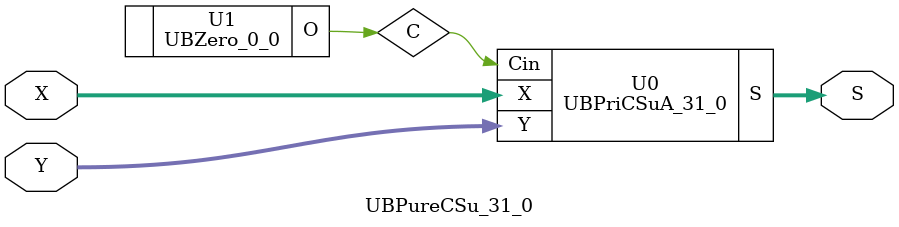
<source format=v>
/*----------------------------------------------------------------------------
  Copyright (c) 2021 Homma laboratory. All rights reserved.

  Top module: UBCSu_31_0_31_0

  Operand-1 length: 32
  Operand-2 length: 32
  Two-operand addition algorithm: Conditional sum adder
----------------------------------------------------------------------------*/

module UBFA_0(C, S, X, Y, Z);
  output C;
  output S;
  input X;
  input Y;
  input Z;
  assign C = ( X & Y ) | ( Y & Z ) | ( Z & X );
  assign S = X ^ Y ^ Z;
endmodule

module UBHCSuB_0_0(C, S, X, Y, Ci);
  output C;
  output S;
  input Ci;
  input X;
  input Y;
  UBFA_0 U0 (C, S, X, Y, Ci);
endmodule

module UBZero_1_1(O);
  output [1:1] O;
  assign O[1] = 0;
endmodule

module UBOne_1(O);
  output O;
  assign O = 1;
endmodule

module UBFA_1(C, S, X, Y, Z);
  output C;
  output S;
  input X;
  input Y;
  input Z;
  assign C = ( X & Y ) | ( Y & Z ) | ( Z & X );
  assign S = X ^ Y ^ Z;
endmodule

module UBCSuB_1_1(C_0, C_1, S_0, S_1, X, Y);
  output C_0;
  output C_1;
  output S_0;
  output S_1;
  input X;
  input Y;
  wire Ci_0;
  wire Ci_1;
  wire Co_0;
  wire Co_1;
  assign C_0 = ( Co_0 & ( ~ Ci_0 ) ) | ( Co_1 & Ci_0 );
  assign C_1 = ( Co_0 & ( ~ Ci_1 ) ) | ( Co_1 & Ci_1 );
  UBZero_1_1 U0 (Ci_0);
  UBOne_1 U1 (Ci_1);
  UBFA_1 U2 (Co_0, S_0, X, Y, Ci_0);
  UBFA_1 U3 (Co_1, S_1, X, Y, Ci_1);
endmodule

module UBHCSuB_1_0(C, S, X, Y, Ci);
  output C;
  output [1:0] S;
  input Ci;
  input [1:0] X;
  input [1:0] Y;
  wire C_0;
  wire C_1;
  wire Co;
  wire S_0;
  wire S_1;
  assign S[1] = ( S_0 & ( ~ Co ) ) | ( S_1 & Co );
  assign C = ( C_0 & ( ~ Co ) ) | ( C_1 & Co );
  UBHCSuB_0_0 U0 (Co, S[0], X[0], Y[0], Ci);
  UBCSuB_1_1 U1 (C_0, C_1, S_0, S_1, X[1], Y[1]);
endmodule

module UBZero_2_2(O);
  output [2:2] O;
  assign O[2] = 0;
endmodule

module UBOne_2(O);
  output O;
  assign O = 1;
endmodule

module UBFA_2(C, S, X, Y, Z);
  output C;
  output S;
  input X;
  input Y;
  input Z;
  assign C = ( X & Y ) | ( Y & Z ) | ( Z & X );
  assign S = X ^ Y ^ Z;
endmodule

module UBCSuB_2_2(C_0, C_1, S_0, S_1, X, Y);
  output C_0;
  output C_1;
  output S_0;
  output S_1;
  input X;
  input Y;
  wire Ci_0;
  wire Ci_1;
  wire Co_0;
  wire Co_1;
  assign C_0 = ( Co_0 & ( ~ Ci_0 ) ) | ( Co_1 & Ci_0 );
  assign C_1 = ( Co_0 & ( ~ Ci_1 ) ) | ( Co_1 & Ci_1 );
  UBZero_2_2 U0 (Ci_0);
  UBOne_2 U1 (Ci_1);
  UBFA_2 U2 (Co_0, S_0, X, Y, Ci_0);
  UBFA_2 U3 (Co_1, S_1, X, Y, Ci_1);
endmodule

module UBZero_3_3(O);
  output [3:3] O;
  assign O[3] = 0;
endmodule

module UBOne_3(O);
  output O;
  assign O = 1;
endmodule

module UBFA_3(C, S, X, Y, Z);
  output C;
  output S;
  input X;
  input Y;
  input Z;
  assign C = ( X & Y ) | ( Y & Z ) | ( Z & X );
  assign S = X ^ Y ^ Z;
endmodule

module UBCSuB_3_3(C_0, C_1, S_0, S_1, X, Y);
  output C_0;
  output C_1;
  output S_0;
  output S_1;
  input X;
  input Y;
  wire Ci_0;
  wire Ci_1;
  wire Co_0;
  wire Co_1;
  assign C_0 = ( Co_0 & ( ~ Ci_0 ) ) | ( Co_1 & Ci_0 );
  assign C_1 = ( Co_0 & ( ~ Ci_1 ) ) | ( Co_1 & Ci_1 );
  UBZero_3_3 U0 (Ci_0);
  UBOne_3 U1 (Ci_1);
  UBFA_3 U2 (Co_0, S_0, X, Y, Ci_0);
  UBFA_3 U3 (Co_1, S_1, X, Y, Ci_1);
endmodule

module UBCSuB_3_2(C_0, C_1, S_0, S_1, X, Y);
  output C_0;
  output C_1;
  output [3:2] S_0;
  output [3:2] S_1;
  input [3:2] X;
  input [3:2] Y;
  wire Ci_0;
  wire Ci_1;
  wire Co_0;
  wire Co_1;
  wire So_0;
  wire So_1;
  assign S_0[3] = ( So_0 & ( ~ Ci_0 ) ) | ( So_1 & Ci_0 );
  assign C_0 = ( Co_0 & ( ~ Ci_0 ) ) | ( Co_1 & Ci_0 );
  assign S_1[3] = ( So_0 & ( ~ Ci_1 ) ) | ( So_1 & Ci_1 );
  assign C_1 = ( Co_0 & ( ~ Ci_1 ) ) | ( Co_1 & Ci_1 );
  UBCSuB_2_2 U0 (Ci_0, Ci_1, S_0[2], S_1[2], X[2], Y[2]);
  UBCSuB_3_3 U1 (Co_0, Co_1, So_0, So_1, X[3], Y[3]);
endmodule

module UBHCSuB_3_0(C, S, X, Y, Ci);
  output C;
  output [3:0] S;
  input Ci;
  input [3:0] X;
  input [3:0] Y;
  wire C_0;
  wire C_1;
  wire Co;
  wire [3:2] S_0;
  wire [3:2] S_1;
  assign S[2] = ( S_0[2] & ( ~ Co ) ) | ( S_1[2] & Co );
  assign S[3] = ( S_0[3] & ( ~ Co ) ) | ( S_1[3] & Co );
  assign C = ( C_0 & ( ~ Co ) ) | ( C_1 & Co );
  UBHCSuB_1_0 U0 (Co, S[1:0], X[1:0], Y[1:0], Ci);
  UBCSuB_3_2 U1 (C_0, C_1, S_0, S_1, X[3:2], Y[3:2]);
endmodule

module UBZero_4_4(O);
  output [4:4] O;
  assign O[4] = 0;
endmodule

module UBOne_4(O);
  output O;
  assign O = 1;
endmodule

module UBFA_4(C, S, X, Y, Z);
  output C;
  output S;
  input X;
  input Y;
  input Z;
  assign C = ( X & Y ) | ( Y & Z ) | ( Z & X );
  assign S = X ^ Y ^ Z;
endmodule

module UBCSuB_4_4(C_0, C_1, S_0, S_1, X, Y);
  output C_0;
  output C_1;
  output S_0;
  output S_1;
  input X;
  input Y;
  wire Ci_0;
  wire Ci_1;
  wire Co_0;
  wire Co_1;
  assign C_0 = ( Co_0 & ( ~ Ci_0 ) ) | ( Co_1 & Ci_0 );
  assign C_1 = ( Co_0 & ( ~ Ci_1 ) ) | ( Co_1 & Ci_1 );
  UBZero_4_4 U0 (Ci_0);
  UBOne_4 U1 (Ci_1);
  UBFA_4 U2 (Co_0, S_0, X, Y, Ci_0);
  UBFA_4 U3 (Co_1, S_1, X, Y, Ci_1);
endmodule

module UBZero_5_5(O);
  output [5:5] O;
  assign O[5] = 0;
endmodule

module UBOne_5(O);
  output O;
  assign O = 1;
endmodule

module UBFA_5(C, S, X, Y, Z);
  output C;
  output S;
  input X;
  input Y;
  input Z;
  assign C = ( X & Y ) | ( Y & Z ) | ( Z & X );
  assign S = X ^ Y ^ Z;
endmodule

module UBCSuB_5_5(C_0, C_1, S_0, S_1, X, Y);
  output C_0;
  output C_1;
  output S_0;
  output S_1;
  input X;
  input Y;
  wire Ci_0;
  wire Ci_1;
  wire Co_0;
  wire Co_1;
  assign C_0 = ( Co_0 & ( ~ Ci_0 ) ) | ( Co_1 & Ci_0 );
  assign C_1 = ( Co_0 & ( ~ Ci_1 ) ) | ( Co_1 & Ci_1 );
  UBZero_5_5 U0 (Ci_0);
  UBOne_5 U1 (Ci_1);
  UBFA_5 U2 (Co_0, S_0, X, Y, Ci_0);
  UBFA_5 U3 (Co_1, S_1, X, Y, Ci_1);
endmodule

module UBCSuB_5_4(C_0, C_1, S_0, S_1, X, Y);
  output C_0;
  output C_1;
  output [5:4] S_0;
  output [5:4] S_1;
  input [5:4] X;
  input [5:4] Y;
  wire Ci_0;
  wire Ci_1;
  wire Co_0;
  wire Co_1;
  wire So_0;
  wire So_1;
  assign S_0[5] = ( So_0 & ( ~ Ci_0 ) ) | ( So_1 & Ci_0 );
  assign C_0 = ( Co_0 & ( ~ Ci_0 ) ) | ( Co_1 & Ci_0 );
  assign S_1[5] = ( So_0 & ( ~ Ci_1 ) ) | ( So_1 & Ci_1 );
  assign C_1 = ( Co_0 & ( ~ Ci_1 ) ) | ( Co_1 & Ci_1 );
  UBCSuB_4_4 U0 (Ci_0, Ci_1, S_0[4], S_1[4], X[4], Y[4]);
  UBCSuB_5_5 U1 (Co_0, Co_1, So_0, So_1, X[5], Y[5]);
endmodule

module UBZero_6_6(O);
  output [6:6] O;
  assign O[6] = 0;
endmodule

module UBOne_6(O);
  output O;
  assign O = 1;
endmodule

module UBFA_6(C, S, X, Y, Z);
  output C;
  output S;
  input X;
  input Y;
  input Z;
  assign C = ( X & Y ) | ( Y & Z ) | ( Z & X );
  assign S = X ^ Y ^ Z;
endmodule

module UBCSuB_6_6(C_0, C_1, S_0, S_1, X, Y);
  output C_0;
  output C_1;
  output S_0;
  output S_1;
  input X;
  input Y;
  wire Ci_0;
  wire Ci_1;
  wire Co_0;
  wire Co_1;
  assign C_0 = ( Co_0 & ( ~ Ci_0 ) ) | ( Co_1 & Ci_0 );
  assign C_1 = ( Co_0 & ( ~ Ci_1 ) ) | ( Co_1 & Ci_1 );
  UBZero_6_6 U0 (Ci_0);
  UBOne_6 U1 (Ci_1);
  UBFA_6 U2 (Co_0, S_0, X, Y, Ci_0);
  UBFA_6 U3 (Co_1, S_1, X, Y, Ci_1);
endmodule

module UBZero_7_7(O);
  output [7:7] O;
  assign O[7] = 0;
endmodule

module UBOne_7(O);
  output O;
  assign O = 1;
endmodule

module UBFA_7(C, S, X, Y, Z);
  output C;
  output S;
  input X;
  input Y;
  input Z;
  assign C = ( X & Y ) | ( Y & Z ) | ( Z & X );
  assign S = X ^ Y ^ Z;
endmodule

module UBCSuB_7_7(C_0, C_1, S_0, S_1, X, Y);
  output C_0;
  output C_1;
  output S_0;
  output S_1;
  input X;
  input Y;
  wire Ci_0;
  wire Ci_1;
  wire Co_0;
  wire Co_1;
  assign C_0 = ( Co_0 & ( ~ Ci_0 ) ) | ( Co_1 & Ci_0 );
  assign C_1 = ( Co_0 & ( ~ Ci_1 ) ) | ( Co_1 & Ci_1 );
  UBZero_7_7 U0 (Ci_0);
  UBOne_7 U1 (Ci_1);
  UBFA_7 U2 (Co_0, S_0, X, Y, Ci_0);
  UBFA_7 U3 (Co_1, S_1, X, Y, Ci_1);
endmodule

module UBCSuB_7_6(C_0, C_1, S_0, S_1, X, Y);
  output C_0;
  output C_1;
  output [7:6] S_0;
  output [7:6] S_1;
  input [7:6] X;
  input [7:6] Y;
  wire Ci_0;
  wire Ci_1;
  wire Co_0;
  wire Co_1;
  wire So_0;
  wire So_1;
  assign S_0[7] = ( So_0 & ( ~ Ci_0 ) ) | ( So_1 & Ci_0 );
  assign C_0 = ( Co_0 & ( ~ Ci_0 ) ) | ( Co_1 & Ci_0 );
  assign S_1[7] = ( So_0 & ( ~ Ci_1 ) ) | ( So_1 & Ci_1 );
  assign C_1 = ( Co_0 & ( ~ Ci_1 ) ) | ( Co_1 & Ci_1 );
  UBCSuB_6_6 U0 (Ci_0, Ci_1, S_0[6], S_1[6], X[6], Y[6]);
  UBCSuB_7_7 U1 (Co_0, Co_1, So_0, So_1, X[7], Y[7]);
endmodule

module UBCSuB_7_4(C_0, C_1, S_0, S_1, X, Y);
  output C_0;
  output C_1;
  output [7:4] S_0;
  output [7:4] S_1;
  input [7:4] X;
  input [7:4] Y;
  wire Ci_0;
  wire Ci_1;
  wire Co_0;
  wire Co_1;
  wire [7:6] So_0;
  wire [7:6] So_1;
  assign S_0[6] = ( So_0[6] & ( ~ Ci_0 ) ) | ( So_1[6] & Ci_0 );
  assign S_0[7] = ( So_0[7] & ( ~ Ci_0 ) ) | ( So_1[7] & Ci_0 );
  assign C_0 = ( Co_0 & ( ~ Ci_0 ) ) | ( Co_1 & Ci_0 );
  assign S_1[6] = ( So_0[6] & ( ~ Ci_1 ) ) | ( So_1[6] & Ci_1 );
  assign S_1[7] = ( So_0[7] & ( ~ Ci_1 ) ) | ( So_1[7] & Ci_1 );
  assign C_1 = ( Co_0 & ( ~ Ci_1 ) ) | ( Co_1 & Ci_1 );
  UBCSuB_5_4 U0 (Ci_0, Ci_1, S_0[5:4], S_1[5:4], X[5:4], Y[5:4]);
  UBCSuB_7_6 U1 (Co_0, Co_1, So_0, So_1, X[7:6], Y[7:6]);
endmodule

module UBHCSuB_7_0(C, S, X, Y, Ci);
  output C;
  output [7:0] S;
  input Ci;
  input [7:0] X;
  input [7:0] Y;
  wire C_0;
  wire C_1;
  wire Co;
  wire [7:4] S_0;
  wire [7:4] S_1;
  assign S[4] = ( S_0[4] & ( ~ Co ) ) | ( S_1[4] & Co );
  assign S[5] = ( S_0[5] & ( ~ Co ) ) | ( S_1[5] & Co );
  assign S[6] = ( S_0[6] & ( ~ Co ) ) | ( S_1[6] & Co );
  assign S[7] = ( S_0[7] & ( ~ Co ) ) | ( S_1[7] & Co );
  assign C = ( C_0 & ( ~ Co ) ) | ( C_1 & Co );
  UBHCSuB_3_0 U0 (Co, S[3:0], X[3:0], Y[3:0], Ci);
  UBCSuB_7_4 U1 (C_0, C_1, S_0, S_1, X[7:4], Y[7:4]);
endmodule

module UBZero_8_8(O);
  output [8:8] O;
  assign O[8] = 0;
endmodule

module UBOne_8(O);
  output O;
  assign O = 1;
endmodule

module UBFA_8(C, S, X, Y, Z);
  output C;
  output S;
  input X;
  input Y;
  input Z;
  assign C = ( X & Y ) | ( Y & Z ) | ( Z & X );
  assign S = X ^ Y ^ Z;
endmodule

module UBCSuB_8_8(C_0, C_1, S_0, S_1, X, Y);
  output C_0;
  output C_1;
  output S_0;
  output S_1;
  input X;
  input Y;
  wire Ci_0;
  wire Ci_1;
  wire Co_0;
  wire Co_1;
  assign C_0 = ( Co_0 & ( ~ Ci_0 ) ) | ( Co_1 & Ci_0 );
  assign C_1 = ( Co_0 & ( ~ Ci_1 ) ) | ( Co_1 & Ci_1 );
  UBZero_8_8 U0 (Ci_0);
  UBOne_8 U1 (Ci_1);
  UBFA_8 U2 (Co_0, S_0, X, Y, Ci_0);
  UBFA_8 U3 (Co_1, S_1, X, Y, Ci_1);
endmodule

module UBZero_9_9(O);
  output [9:9] O;
  assign O[9] = 0;
endmodule

module UBOne_9(O);
  output O;
  assign O = 1;
endmodule

module UBFA_9(C, S, X, Y, Z);
  output C;
  output S;
  input X;
  input Y;
  input Z;
  assign C = ( X & Y ) | ( Y & Z ) | ( Z & X );
  assign S = X ^ Y ^ Z;
endmodule

module UBCSuB_9_9(C_0, C_1, S_0, S_1, X, Y);
  output C_0;
  output C_1;
  output S_0;
  output S_1;
  input X;
  input Y;
  wire Ci_0;
  wire Ci_1;
  wire Co_0;
  wire Co_1;
  assign C_0 = ( Co_0 & ( ~ Ci_0 ) ) | ( Co_1 & Ci_0 );
  assign C_1 = ( Co_0 & ( ~ Ci_1 ) ) | ( Co_1 & Ci_1 );
  UBZero_9_9 U0 (Ci_0);
  UBOne_9 U1 (Ci_1);
  UBFA_9 U2 (Co_0, S_0, X, Y, Ci_0);
  UBFA_9 U3 (Co_1, S_1, X, Y, Ci_1);
endmodule

module UBCSuB_9_8(C_0, C_1, S_0, S_1, X, Y);
  output C_0;
  output C_1;
  output [9:8] S_0;
  output [9:8] S_1;
  input [9:8] X;
  input [9:8] Y;
  wire Ci_0;
  wire Ci_1;
  wire Co_0;
  wire Co_1;
  wire So_0;
  wire So_1;
  assign S_0[9] = ( So_0 & ( ~ Ci_0 ) ) | ( So_1 & Ci_0 );
  assign C_0 = ( Co_0 & ( ~ Ci_0 ) ) | ( Co_1 & Ci_0 );
  assign S_1[9] = ( So_0 & ( ~ Ci_1 ) ) | ( So_1 & Ci_1 );
  assign C_1 = ( Co_0 & ( ~ Ci_1 ) ) | ( Co_1 & Ci_1 );
  UBCSuB_8_8 U0 (Ci_0, Ci_1, S_0[8], S_1[8], X[8], Y[8]);
  UBCSuB_9_9 U1 (Co_0, Co_1, So_0, So_1, X[9], Y[9]);
endmodule

module UBZero_10_10(O);
  output [10:10] O;
  assign O[10] = 0;
endmodule

module UBOne_10(O);
  output O;
  assign O = 1;
endmodule

module UBFA_10(C, S, X, Y, Z);
  output C;
  output S;
  input X;
  input Y;
  input Z;
  assign C = ( X & Y ) | ( Y & Z ) | ( Z & X );
  assign S = X ^ Y ^ Z;
endmodule

module UBCSuB_10_10(C_0, C_1, S_0, S_1, X, Y);
  output C_0;
  output C_1;
  output S_0;
  output S_1;
  input X;
  input Y;
  wire Ci_0;
  wire Ci_1;
  wire Co_0;
  wire Co_1;
  assign C_0 = ( Co_0 & ( ~ Ci_0 ) ) | ( Co_1 & Ci_0 );
  assign C_1 = ( Co_0 & ( ~ Ci_1 ) ) | ( Co_1 & Ci_1 );
  UBZero_10_10 U0 (Ci_0);
  UBOne_10 U1 (Ci_1);
  UBFA_10 U2 (Co_0, S_0, X, Y, Ci_0);
  UBFA_10 U3 (Co_1, S_1, X, Y, Ci_1);
endmodule

module UBZero_11_11(O);
  output [11:11] O;
  assign O[11] = 0;
endmodule

module UBOne_11(O);
  output O;
  assign O = 1;
endmodule

module UBFA_11(C, S, X, Y, Z);
  output C;
  output S;
  input X;
  input Y;
  input Z;
  assign C = ( X & Y ) | ( Y & Z ) | ( Z & X );
  assign S = X ^ Y ^ Z;
endmodule

module UBCSuB_11_11(C_0, C_1, S_0, S_1, X, Y);
  output C_0;
  output C_1;
  output S_0;
  output S_1;
  input X;
  input Y;
  wire Ci_0;
  wire Ci_1;
  wire Co_0;
  wire Co_1;
  assign C_0 = ( Co_0 & ( ~ Ci_0 ) ) | ( Co_1 & Ci_0 );
  assign C_1 = ( Co_0 & ( ~ Ci_1 ) ) | ( Co_1 & Ci_1 );
  UBZero_11_11 U0 (Ci_0);
  UBOne_11 U1 (Ci_1);
  UBFA_11 U2 (Co_0, S_0, X, Y, Ci_0);
  UBFA_11 U3 (Co_1, S_1, X, Y, Ci_1);
endmodule

module UBCSuB_11_10(C_0, C_1, S_0, S_1, X, Y);
  output C_0;
  output C_1;
  output [11:10] S_0;
  output [11:10] S_1;
  input [11:10] X;
  input [11:10] Y;
  wire Ci_0;
  wire Ci_1;
  wire Co_0;
  wire Co_1;
  wire So_0;
  wire So_1;
  assign S_0[11] = ( So_0 & ( ~ Ci_0 ) ) | ( So_1 & Ci_0 );
  assign C_0 = ( Co_0 & ( ~ Ci_0 ) ) | ( Co_1 & Ci_0 );
  assign S_1[11] = ( So_0 & ( ~ Ci_1 ) ) | ( So_1 & Ci_1 );
  assign C_1 = ( Co_0 & ( ~ Ci_1 ) ) | ( Co_1 & Ci_1 );
  UBCSuB_10_10 U0 (Ci_0, Ci_1, S_0[10], S_1[10], X[10], Y[10]);
  UBCSuB_11_11 U1 (Co_0, Co_1, So_0, So_1, X[11], Y[11]);
endmodule

module UBCSuB_11_8(C_0, C_1, S_0, S_1, X, Y);
  output C_0;
  output C_1;
  output [11:8] S_0;
  output [11:8] S_1;
  input [11:8] X;
  input [11:8] Y;
  wire Ci_0;
  wire Ci_1;
  wire Co_0;
  wire Co_1;
  wire [11:10] So_0;
  wire [11:10] So_1;
  assign S_0[10] = ( So_0[10] & ( ~ Ci_0 ) ) | ( So_1[10] & Ci_0 );
  assign S_0[11] = ( So_0[11] & ( ~ Ci_0 ) ) | ( So_1[11] & Ci_0 );
  assign C_0 = ( Co_0 & ( ~ Ci_0 ) ) | ( Co_1 & Ci_0 );
  assign S_1[10] = ( So_0[10] & ( ~ Ci_1 ) ) | ( So_1[10] & Ci_1 );
  assign S_1[11] = ( So_0[11] & ( ~ Ci_1 ) ) | ( So_1[11] & Ci_1 );
  assign C_1 = ( Co_0 & ( ~ Ci_1 ) ) | ( Co_1 & Ci_1 );
  UBCSuB_9_8 U0 (Ci_0, Ci_1, S_0[9:8], S_1[9:8], X[9:8], Y[9:8]);
  UBCSuB_11_10 U1 (Co_0, Co_1, So_0, So_1, X[11:10], Y[11:10]);
endmodule

module UBZero_12_12(O);
  output [12:12] O;
  assign O[12] = 0;
endmodule

module UBOne_12(O);
  output O;
  assign O = 1;
endmodule

module UBFA_12(C, S, X, Y, Z);
  output C;
  output S;
  input X;
  input Y;
  input Z;
  assign C = ( X & Y ) | ( Y & Z ) | ( Z & X );
  assign S = X ^ Y ^ Z;
endmodule

module UBCSuB_12_12(C_0, C_1, S_0, S_1, X, Y);
  output C_0;
  output C_1;
  output S_0;
  output S_1;
  input X;
  input Y;
  wire Ci_0;
  wire Ci_1;
  wire Co_0;
  wire Co_1;
  assign C_0 = ( Co_0 & ( ~ Ci_0 ) ) | ( Co_1 & Ci_0 );
  assign C_1 = ( Co_0 & ( ~ Ci_1 ) ) | ( Co_1 & Ci_1 );
  UBZero_12_12 U0 (Ci_0);
  UBOne_12 U1 (Ci_1);
  UBFA_12 U2 (Co_0, S_0, X, Y, Ci_0);
  UBFA_12 U3 (Co_1, S_1, X, Y, Ci_1);
endmodule

module UBZero_13_13(O);
  output [13:13] O;
  assign O[13] = 0;
endmodule

module UBOne_13(O);
  output O;
  assign O = 1;
endmodule

module UBFA_13(C, S, X, Y, Z);
  output C;
  output S;
  input X;
  input Y;
  input Z;
  assign C = ( X & Y ) | ( Y & Z ) | ( Z & X );
  assign S = X ^ Y ^ Z;
endmodule

module UBCSuB_13_13(C_0, C_1, S_0, S_1, X, Y);
  output C_0;
  output C_1;
  output S_0;
  output S_1;
  input X;
  input Y;
  wire Ci_0;
  wire Ci_1;
  wire Co_0;
  wire Co_1;
  assign C_0 = ( Co_0 & ( ~ Ci_0 ) ) | ( Co_1 & Ci_0 );
  assign C_1 = ( Co_0 & ( ~ Ci_1 ) ) | ( Co_1 & Ci_1 );
  UBZero_13_13 U0 (Ci_0);
  UBOne_13 U1 (Ci_1);
  UBFA_13 U2 (Co_0, S_0, X, Y, Ci_0);
  UBFA_13 U3 (Co_1, S_1, X, Y, Ci_1);
endmodule

module UBCSuB_13_12(C_0, C_1, S_0, S_1, X, Y);
  output C_0;
  output C_1;
  output [13:12] S_0;
  output [13:12] S_1;
  input [13:12] X;
  input [13:12] Y;
  wire Ci_0;
  wire Ci_1;
  wire Co_0;
  wire Co_1;
  wire So_0;
  wire So_1;
  assign S_0[13] = ( So_0 & ( ~ Ci_0 ) ) | ( So_1 & Ci_0 );
  assign C_0 = ( Co_0 & ( ~ Ci_0 ) ) | ( Co_1 & Ci_0 );
  assign S_1[13] = ( So_0 & ( ~ Ci_1 ) ) | ( So_1 & Ci_1 );
  assign C_1 = ( Co_0 & ( ~ Ci_1 ) ) | ( Co_1 & Ci_1 );
  UBCSuB_12_12 U0 (Ci_0, Ci_1, S_0[12], S_1[12], X[12], Y[12]);
  UBCSuB_13_13 U1 (Co_0, Co_1, So_0, So_1, X[13], Y[13]);
endmodule

module UBZero_14_14(O);
  output [14:14] O;
  assign O[14] = 0;
endmodule

module UBOne_14(O);
  output O;
  assign O = 1;
endmodule

module UBFA_14(C, S, X, Y, Z);
  output C;
  output S;
  input X;
  input Y;
  input Z;
  assign C = ( X & Y ) | ( Y & Z ) | ( Z & X );
  assign S = X ^ Y ^ Z;
endmodule

module UBCSuB_14_14(C_0, C_1, S_0, S_1, X, Y);
  output C_0;
  output C_1;
  output S_0;
  output S_1;
  input X;
  input Y;
  wire Ci_0;
  wire Ci_1;
  wire Co_0;
  wire Co_1;
  assign C_0 = ( Co_0 & ( ~ Ci_0 ) ) | ( Co_1 & Ci_0 );
  assign C_1 = ( Co_0 & ( ~ Ci_1 ) ) | ( Co_1 & Ci_1 );
  UBZero_14_14 U0 (Ci_0);
  UBOne_14 U1 (Ci_1);
  UBFA_14 U2 (Co_0, S_0, X, Y, Ci_0);
  UBFA_14 U3 (Co_1, S_1, X, Y, Ci_1);
endmodule

module UBZero_15_15(O);
  output [15:15] O;
  assign O[15] = 0;
endmodule

module UBOne_15(O);
  output O;
  assign O = 1;
endmodule

module UBFA_15(C, S, X, Y, Z);
  output C;
  output S;
  input X;
  input Y;
  input Z;
  assign C = ( X & Y ) | ( Y & Z ) | ( Z & X );
  assign S = X ^ Y ^ Z;
endmodule

module UBCSuB_15_15(C_0, C_1, S_0, S_1, X, Y);
  output C_0;
  output C_1;
  output S_0;
  output S_1;
  input X;
  input Y;
  wire Ci_0;
  wire Ci_1;
  wire Co_0;
  wire Co_1;
  assign C_0 = ( Co_0 & ( ~ Ci_0 ) ) | ( Co_1 & Ci_0 );
  assign C_1 = ( Co_0 & ( ~ Ci_1 ) ) | ( Co_1 & Ci_1 );
  UBZero_15_15 U0 (Ci_0);
  UBOne_15 U1 (Ci_1);
  UBFA_15 U2 (Co_0, S_0, X, Y, Ci_0);
  UBFA_15 U3 (Co_1, S_1, X, Y, Ci_1);
endmodule

module UBCSuB_15_14(C_0, C_1, S_0, S_1, X, Y);
  output C_0;
  output C_1;
  output [15:14] S_0;
  output [15:14] S_1;
  input [15:14] X;
  input [15:14] Y;
  wire Ci_0;
  wire Ci_1;
  wire Co_0;
  wire Co_1;
  wire So_0;
  wire So_1;
  assign S_0[15] = ( So_0 & ( ~ Ci_0 ) ) | ( So_1 & Ci_0 );
  assign C_0 = ( Co_0 & ( ~ Ci_0 ) ) | ( Co_1 & Ci_0 );
  assign S_1[15] = ( So_0 & ( ~ Ci_1 ) ) | ( So_1 & Ci_1 );
  assign C_1 = ( Co_0 & ( ~ Ci_1 ) ) | ( Co_1 & Ci_1 );
  UBCSuB_14_14 U0 (Ci_0, Ci_1, S_0[14], S_1[14], X[14], Y[14]);
  UBCSuB_15_15 U1 (Co_0, Co_1, So_0, So_1, X[15], Y[15]);
endmodule

module UBCSuB_15_12(C_0, C_1, S_0, S_1, X, Y);
  output C_0;
  output C_1;
  output [15:12] S_0;
  output [15:12] S_1;
  input [15:12] X;
  input [15:12] Y;
  wire Ci_0;
  wire Ci_1;
  wire Co_0;
  wire Co_1;
  wire [15:14] So_0;
  wire [15:14] So_1;
  assign S_0[14] = ( So_0[14] & ( ~ Ci_0 ) ) | ( So_1[14] & Ci_0 );
  assign S_0[15] = ( So_0[15] & ( ~ Ci_0 ) ) | ( So_1[15] & Ci_0 );
  assign C_0 = ( Co_0 & ( ~ Ci_0 ) ) | ( Co_1 & Ci_0 );
  assign S_1[14] = ( So_0[14] & ( ~ Ci_1 ) ) | ( So_1[14] & Ci_1 );
  assign S_1[15] = ( So_0[15] & ( ~ Ci_1 ) ) | ( So_1[15] & Ci_1 );
  assign C_1 = ( Co_0 & ( ~ Ci_1 ) ) | ( Co_1 & Ci_1 );
  UBCSuB_13_12 U0 (Ci_0, Ci_1, S_0[13:12], S_1[13:12], X[13:12], Y[13:12]);
  UBCSuB_15_14 U1 (Co_0, Co_1, So_0, So_1, X[15:14], Y[15:14]);
endmodule

module UBCSuB_15_8(C_0, C_1, S_0, S_1, X, Y);
  output C_0;
  output C_1;
  output [15:8] S_0;
  output [15:8] S_1;
  input [15:8] X;
  input [15:8] Y;
  wire Ci_0;
  wire Ci_1;
  wire Co_0;
  wire Co_1;
  wire [15:12] So_0;
  wire [15:12] So_1;
  assign S_0[12] = ( So_0[12] & ( ~ Ci_0 ) ) | ( So_1[12] & Ci_0 );
  assign S_0[13] = ( So_0[13] & ( ~ Ci_0 ) ) | ( So_1[13] & Ci_0 );
  assign S_0[14] = ( So_0[14] & ( ~ Ci_0 ) ) | ( So_1[14] & Ci_0 );
  assign S_0[15] = ( So_0[15] & ( ~ Ci_0 ) ) | ( So_1[15] & Ci_0 );
  assign C_0 = ( Co_0 & ( ~ Ci_0 ) ) | ( Co_1 & Ci_0 );
  assign S_1[12] = ( So_0[12] & ( ~ Ci_1 ) ) | ( So_1[12] & Ci_1 );
  assign S_1[13] = ( So_0[13] & ( ~ Ci_1 ) ) | ( So_1[13] & Ci_1 );
  assign S_1[14] = ( So_0[14] & ( ~ Ci_1 ) ) | ( So_1[14] & Ci_1 );
  assign S_1[15] = ( So_0[15] & ( ~ Ci_1 ) ) | ( So_1[15] & Ci_1 );
  assign C_1 = ( Co_0 & ( ~ Ci_1 ) ) | ( Co_1 & Ci_1 );
  UBCSuB_11_8 U0 (Ci_0, Ci_1, S_0[11:8], S_1[11:8], X[11:8], Y[11:8]);
  UBCSuB_15_12 U1 (Co_0, Co_1, So_0, So_1, X[15:12], Y[15:12]);
endmodule

module UBHCSuB_15_0(C, S, X, Y, Ci);
  output C;
  output [15:0] S;
  input Ci;
  input [15:0] X;
  input [15:0] Y;
  wire C_0;
  wire C_1;
  wire Co;
  wire [15:8] S_0;
  wire [15:8] S_1;
  assign S[8] = ( S_0[8] & ( ~ Co ) ) | ( S_1[8] & Co );
  assign S[9] = ( S_0[9] & ( ~ Co ) ) | ( S_1[9] & Co );
  assign S[10] = ( S_0[10] & ( ~ Co ) ) | ( S_1[10] & Co );
  assign S[11] = ( S_0[11] & ( ~ Co ) ) | ( S_1[11] & Co );
  assign S[12] = ( S_0[12] & ( ~ Co ) ) | ( S_1[12] & Co );
  assign S[13] = ( S_0[13] & ( ~ Co ) ) | ( S_1[13] & Co );
  assign S[14] = ( S_0[14] & ( ~ Co ) ) | ( S_1[14] & Co );
  assign S[15] = ( S_0[15] & ( ~ Co ) ) | ( S_1[15] & Co );
  assign C = ( C_0 & ( ~ Co ) ) | ( C_1 & Co );
  UBHCSuB_7_0 U0 (Co, S[7:0], X[7:0], Y[7:0], Ci);
  UBCSuB_15_8 U1 (C_0, C_1, S_0, S_1, X[15:8], Y[15:8]);
endmodule

module UBZero_16_16(O);
  output [16:16] O;
  assign O[16] = 0;
endmodule

module UBOne_16(O);
  output O;
  assign O = 1;
endmodule

module UBFA_16(C, S, X, Y, Z);
  output C;
  output S;
  input X;
  input Y;
  input Z;
  assign C = ( X & Y ) | ( Y & Z ) | ( Z & X );
  assign S = X ^ Y ^ Z;
endmodule

module UBCSuB_16_16(C_0, C_1, S_0, S_1, X, Y);
  output C_0;
  output C_1;
  output S_0;
  output S_1;
  input X;
  input Y;
  wire Ci_0;
  wire Ci_1;
  wire Co_0;
  wire Co_1;
  assign C_0 = ( Co_0 & ( ~ Ci_0 ) ) | ( Co_1 & Ci_0 );
  assign C_1 = ( Co_0 & ( ~ Ci_1 ) ) | ( Co_1 & Ci_1 );
  UBZero_16_16 U0 (Ci_0);
  UBOne_16 U1 (Ci_1);
  UBFA_16 U2 (Co_0, S_0, X, Y, Ci_0);
  UBFA_16 U3 (Co_1, S_1, X, Y, Ci_1);
endmodule

module UBZero_17_17(O);
  output [17:17] O;
  assign O[17] = 0;
endmodule

module UBOne_17(O);
  output O;
  assign O = 1;
endmodule

module UBFA_17(C, S, X, Y, Z);
  output C;
  output S;
  input X;
  input Y;
  input Z;
  assign C = ( X & Y ) | ( Y & Z ) | ( Z & X );
  assign S = X ^ Y ^ Z;
endmodule

module UBCSuB_17_17(C_0, C_1, S_0, S_1, X, Y);
  output C_0;
  output C_1;
  output S_0;
  output S_1;
  input X;
  input Y;
  wire Ci_0;
  wire Ci_1;
  wire Co_0;
  wire Co_1;
  assign C_0 = ( Co_0 & ( ~ Ci_0 ) ) | ( Co_1 & Ci_0 );
  assign C_1 = ( Co_0 & ( ~ Ci_1 ) ) | ( Co_1 & Ci_1 );
  UBZero_17_17 U0 (Ci_0);
  UBOne_17 U1 (Ci_1);
  UBFA_17 U2 (Co_0, S_0, X, Y, Ci_0);
  UBFA_17 U3 (Co_1, S_1, X, Y, Ci_1);
endmodule

module UBCSuB_17_16(C_0, C_1, S_0, S_1, X, Y);
  output C_0;
  output C_1;
  output [17:16] S_0;
  output [17:16] S_1;
  input [17:16] X;
  input [17:16] Y;
  wire Ci_0;
  wire Ci_1;
  wire Co_0;
  wire Co_1;
  wire So_0;
  wire So_1;
  assign S_0[17] = ( So_0 & ( ~ Ci_0 ) ) | ( So_1 & Ci_0 );
  assign C_0 = ( Co_0 & ( ~ Ci_0 ) ) | ( Co_1 & Ci_0 );
  assign S_1[17] = ( So_0 & ( ~ Ci_1 ) ) | ( So_1 & Ci_1 );
  assign C_1 = ( Co_0 & ( ~ Ci_1 ) ) | ( Co_1 & Ci_1 );
  UBCSuB_16_16 U0 (Ci_0, Ci_1, S_0[16], S_1[16], X[16], Y[16]);
  UBCSuB_17_17 U1 (Co_0, Co_1, So_0, So_1, X[17], Y[17]);
endmodule

module UBZero_18_18(O);
  output [18:18] O;
  assign O[18] = 0;
endmodule

module UBOne_18(O);
  output O;
  assign O = 1;
endmodule

module UBFA_18(C, S, X, Y, Z);
  output C;
  output S;
  input X;
  input Y;
  input Z;
  assign C = ( X & Y ) | ( Y & Z ) | ( Z & X );
  assign S = X ^ Y ^ Z;
endmodule

module UBCSuB_18_18(C_0, C_1, S_0, S_1, X, Y);
  output C_0;
  output C_1;
  output S_0;
  output S_1;
  input X;
  input Y;
  wire Ci_0;
  wire Ci_1;
  wire Co_0;
  wire Co_1;
  assign C_0 = ( Co_0 & ( ~ Ci_0 ) ) | ( Co_1 & Ci_0 );
  assign C_1 = ( Co_0 & ( ~ Ci_1 ) ) | ( Co_1 & Ci_1 );
  UBZero_18_18 U0 (Ci_0);
  UBOne_18 U1 (Ci_1);
  UBFA_18 U2 (Co_0, S_0, X, Y, Ci_0);
  UBFA_18 U3 (Co_1, S_1, X, Y, Ci_1);
endmodule

module UBZero_19_19(O);
  output [19:19] O;
  assign O[19] = 0;
endmodule

module UBOne_19(O);
  output O;
  assign O = 1;
endmodule

module UBFA_19(C, S, X, Y, Z);
  output C;
  output S;
  input X;
  input Y;
  input Z;
  assign C = ( X & Y ) | ( Y & Z ) | ( Z & X );
  assign S = X ^ Y ^ Z;
endmodule

module UBCSuB_19_19(C_0, C_1, S_0, S_1, X, Y);
  output C_0;
  output C_1;
  output S_0;
  output S_1;
  input X;
  input Y;
  wire Ci_0;
  wire Ci_1;
  wire Co_0;
  wire Co_1;
  assign C_0 = ( Co_0 & ( ~ Ci_0 ) ) | ( Co_1 & Ci_0 );
  assign C_1 = ( Co_0 & ( ~ Ci_1 ) ) | ( Co_1 & Ci_1 );
  UBZero_19_19 U0 (Ci_0);
  UBOne_19 U1 (Ci_1);
  UBFA_19 U2 (Co_0, S_0, X, Y, Ci_0);
  UBFA_19 U3 (Co_1, S_1, X, Y, Ci_1);
endmodule

module UBCSuB_19_18(C_0, C_1, S_0, S_1, X, Y);
  output C_0;
  output C_1;
  output [19:18] S_0;
  output [19:18] S_1;
  input [19:18] X;
  input [19:18] Y;
  wire Ci_0;
  wire Ci_1;
  wire Co_0;
  wire Co_1;
  wire So_0;
  wire So_1;
  assign S_0[19] = ( So_0 & ( ~ Ci_0 ) ) | ( So_1 & Ci_0 );
  assign C_0 = ( Co_0 & ( ~ Ci_0 ) ) | ( Co_1 & Ci_0 );
  assign S_1[19] = ( So_0 & ( ~ Ci_1 ) ) | ( So_1 & Ci_1 );
  assign C_1 = ( Co_0 & ( ~ Ci_1 ) ) | ( Co_1 & Ci_1 );
  UBCSuB_18_18 U0 (Ci_0, Ci_1, S_0[18], S_1[18], X[18], Y[18]);
  UBCSuB_19_19 U1 (Co_0, Co_1, So_0, So_1, X[19], Y[19]);
endmodule

module UBCSuB_19_16(C_0, C_1, S_0, S_1, X, Y);
  output C_0;
  output C_1;
  output [19:16] S_0;
  output [19:16] S_1;
  input [19:16] X;
  input [19:16] Y;
  wire Ci_0;
  wire Ci_1;
  wire Co_0;
  wire Co_1;
  wire [19:18] So_0;
  wire [19:18] So_1;
  assign S_0[18] = ( So_0[18] & ( ~ Ci_0 ) ) | ( So_1[18] & Ci_0 );
  assign S_0[19] = ( So_0[19] & ( ~ Ci_0 ) ) | ( So_1[19] & Ci_0 );
  assign C_0 = ( Co_0 & ( ~ Ci_0 ) ) | ( Co_1 & Ci_0 );
  assign S_1[18] = ( So_0[18] & ( ~ Ci_1 ) ) | ( So_1[18] & Ci_1 );
  assign S_1[19] = ( So_0[19] & ( ~ Ci_1 ) ) | ( So_1[19] & Ci_1 );
  assign C_1 = ( Co_0 & ( ~ Ci_1 ) ) | ( Co_1 & Ci_1 );
  UBCSuB_17_16 U0 (Ci_0, Ci_1, S_0[17:16], S_1[17:16], X[17:16], Y[17:16]);
  UBCSuB_19_18 U1 (Co_0, Co_1, So_0, So_1, X[19:18], Y[19:18]);
endmodule

module UBZero_20_20(O);
  output [20:20] O;
  assign O[20] = 0;
endmodule

module UBOne_20(O);
  output O;
  assign O = 1;
endmodule

module UBFA_20(C, S, X, Y, Z);
  output C;
  output S;
  input X;
  input Y;
  input Z;
  assign C = ( X & Y ) | ( Y & Z ) | ( Z & X );
  assign S = X ^ Y ^ Z;
endmodule

module UBCSuB_20_20(C_0, C_1, S_0, S_1, X, Y);
  output C_0;
  output C_1;
  output S_0;
  output S_1;
  input X;
  input Y;
  wire Ci_0;
  wire Ci_1;
  wire Co_0;
  wire Co_1;
  assign C_0 = ( Co_0 & ( ~ Ci_0 ) ) | ( Co_1 & Ci_0 );
  assign C_1 = ( Co_0 & ( ~ Ci_1 ) ) | ( Co_1 & Ci_1 );
  UBZero_20_20 U0 (Ci_0);
  UBOne_20 U1 (Ci_1);
  UBFA_20 U2 (Co_0, S_0, X, Y, Ci_0);
  UBFA_20 U3 (Co_1, S_1, X, Y, Ci_1);
endmodule

module UBZero_21_21(O);
  output [21:21] O;
  assign O[21] = 0;
endmodule

module UBOne_21(O);
  output O;
  assign O = 1;
endmodule

module UBFA_21(C, S, X, Y, Z);
  output C;
  output S;
  input X;
  input Y;
  input Z;
  assign C = ( X & Y ) | ( Y & Z ) | ( Z & X );
  assign S = X ^ Y ^ Z;
endmodule

module UBCSuB_21_21(C_0, C_1, S_0, S_1, X, Y);
  output C_0;
  output C_1;
  output S_0;
  output S_1;
  input X;
  input Y;
  wire Ci_0;
  wire Ci_1;
  wire Co_0;
  wire Co_1;
  assign C_0 = ( Co_0 & ( ~ Ci_0 ) ) | ( Co_1 & Ci_0 );
  assign C_1 = ( Co_0 & ( ~ Ci_1 ) ) | ( Co_1 & Ci_1 );
  UBZero_21_21 U0 (Ci_0);
  UBOne_21 U1 (Ci_1);
  UBFA_21 U2 (Co_0, S_0, X, Y, Ci_0);
  UBFA_21 U3 (Co_1, S_1, X, Y, Ci_1);
endmodule

module UBCSuB_21_20(C_0, C_1, S_0, S_1, X, Y);
  output C_0;
  output C_1;
  output [21:20] S_0;
  output [21:20] S_1;
  input [21:20] X;
  input [21:20] Y;
  wire Ci_0;
  wire Ci_1;
  wire Co_0;
  wire Co_1;
  wire So_0;
  wire So_1;
  assign S_0[21] = ( So_0 & ( ~ Ci_0 ) ) | ( So_1 & Ci_0 );
  assign C_0 = ( Co_0 & ( ~ Ci_0 ) ) | ( Co_1 & Ci_0 );
  assign S_1[21] = ( So_0 & ( ~ Ci_1 ) ) | ( So_1 & Ci_1 );
  assign C_1 = ( Co_0 & ( ~ Ci_1 ) ) | ( Co_1 & Ci_1 );
  UBCSuB_20_20 U0 (Ci_0, Ci_1, S_0[20], S_1[20], X[20], Y[20]);
  UBCSuB_21_21 U1 (Co_0, Co_1, So_0, So_1, X[21], Y[21]);
endmodule

module UBZero_22_22(O);
  output [22:22] O;
  assign O[22] = 0;
endmodule

module UBOne_22(O);
  output O;
  assign O = 1;
endmodule

module UBFA_22(C, S, X, Y, Z);
  output C;
  output S;
  input X;
  input Y;
  input Z;
  assign C = ( X & Y ) | ( Y & Z ) | ( Z & X );
  assign S = X ^ Y ^ Z;
endmodule

module UBCSuB_22_22(C_0, C_1, S_0, S_1, X, Y);
  output C_0;
  output C_1;
  output S_0;
  output S_1;
  input X;
  input Y;
  wire Ci_0;
  wire Ci_1;
  wire Co_0;
  wire Co_1;
  assign C_0 = ( Co_0 & ( ~ Ci_0 ) ) | ( Co_1 & Ci_0 );
  assign C_1 = ( Co_0 & ( ~ Ci_1 ) ) | ( Co_1 & Ci_1 );
  UBZero_22_22 U0 (Ci_0);
  UBOne_22 U1 (Ci_1);
  UBFA_22 U2 (Co_0, S_0, X, Y, Ci_0);
  UBFA_22 U3 (Co_1, S_1, X, Y, Ci_1);
endmodule

module UBZero_23_23(O);
  output [23:23] O;
  assign O[23] = 0;
endmodule

module UBOne_23(O);
  output O;
  assign O = 1;
endmodule

module UBFA_23(C, S, X, Y, Z);
  output C;
  output S;
  input X;
  input Y;
  input Z;
  assign C = ( X & Y ) | ( Y & Z ) | ( Z & X );
  assign S = X ^ Y ^ Z;
endmodule

module UBCSuB_23_23(C_0, C_1, S_0, S_1, X, Y);
  output C_0;
  output C_1;
  output S_0;
  output S_1;
  input X;
  input Y;
  wire Ci_0;
  wire Ci_1;
  wire Co_0;
  wire Co_1;
  assign C_0 = ( Co_0 & ( ~ Ci_0 ) ) | ( Co_1 & Ci_0 );
  assign C_1 = ( Co_0 & ( ~ Ci_1 ) ) | ( Co_1 & Ci_1 );
  UBZero_23_23 U0 (Ci_0);
  UBOne_23 U1 (Ci_1);
  UBFA_23 U2 (Co_0, S_0, X, Y, Ci_0);
  UBFA_23 U3 (Co_1, S_1, X, Y, Ci_1);
endmodule

module UBCSuB_23_22(C_0, C_1, S_0, S_1, X, Y);
  output C_0;
  output C_1;
  output [23:22] S_0;
  output [23:22] S_1;
  input [23:22] X;
  input [23:22] Y;
  wire Ci_0;
  wire Ci_1;
  wire Co_0;
  wire Co_1;
  wire So_0;
  wire So_1;
  assign S_0[23] = ( So_0 & ( ~ Ci_0 ) ) | ( So_1 & Ci_0 );
  assign C_0 = ( Co_0 & ( ~ Ci_0 ) ) | ( Co_1 & Ci_0 );
  assign S_1[23] = ( So_0 & ( ~ Ci_1 ) ) | ( So_1 & Ci_1 );
  assign C_1 = ( Co_0 & ( ~ Ci_1 ) ) | ( Co_1 & Ci_1 );
  UBCSuB_22_22 U0 (Ci_0, Ci_1, S_0[22], S_1[22], X[22], Y[22]);
  UBCSuB_23_23 U1 (Co_0, Co_1, So_0, So_1, X[23], Y[23]);
endmodule

module UBCSuB_23_20(C_0, C_1, S_0, S_1, X, Y);
  output C_0;
  output C_1;
  output [23:20] S_0;
  output [23:20] S_1;
  input [23:20] X;
  input [23:20] Y;
  wire Ci_0;
  wire Ci_1;
  wire Co_0;
  wire Co_1;
  wire [23:22] So_0;
  wire [23:22] So_1;
  assign S_0[22] = ( So_0[22] & ( ~ Ci_0 ) ) | ( So_1[22] & Ci_0 );
  assign S_0[23] = ( So_0[23] & ( ~ Ci_0 ) ) | ( So_1[23] & Ci_0 );
  assign C_0 = ( Co_0 & ( ~ Ci_0 ) ) | ( Co_1 & Ci_0 );
  assign S_1[22] = ( So_0[22] & ( ~ Ci_1 ) ) | ( So_1[22] & Ci_1 );
  assign S_1[23] = ( So_0[23] & ( ~ Ci_1 ) ) | ( So_1[23] & Ci_1 );
  assign C_1 = ( Co_0 & ( ~ Ci_1 ) ) | ( Co_1 & Ci_1 );
  UBCSuB_21_20 U0 (Ci_0, Ci_1, S_0[21:20], S_1[21:20], X[21:20], Y[21:20]);
  UBCSuB_23_22 U1 (Co_0, Co_1, So_0, So_1, X[23:22], Y[23:22]);
endmodule

module UBCSuB_23_16(C_0, C_1, S_0, S_1, X, Y);
  output C_0;
  output C_1;
  output [23:16] S_0;
  output [23:16] S_1;
  input [23:16] X;
  input [23:16] Y;
  wire Ci_0;
  wire Ci_1;
  wire Co_0;
  wire Co_1;
  wire [23:20] So_0;
  wire [23:20] So_1;
  assign S_0[20] = ( So_0[20] & ( ~ Ci_0 ) ) | ( So_1[20] & Ci_0 );
  assign S_0[21] = ( So_0[21] & ( ~ Ci_0 ) ) | ( So_1[21] & Ci_0 );
  assign S_0[22] = ( So_0[22] & ( ~ Ci_0 ) ) | ( So_1[22] & Ci_0 );
  assign S_0[23] = ( So_0[23] & ( ~ Ci_0 ) ) | ( So_1[23] & Ci_0 );
  assign C_0 = ( Co_0 & ( ~ Ci_0 ) ) | ( Co_1 & Ci_0 );
  assign S_1[20] = ( So_0[20] & ( ~ Ci_1 ) ) | ( So_1[20] & Ci_1 );
  assign S_1[21] = ( So_0[21] & ( ~ Ci_1 ) ) | ( So_1[21] & Ci_1 );
  assign S_1[22] = ( So_0[22] & ( ~ Ci_1 ) ) | ( So_1[22] & Ci_1 );
  assign S_1[23] = ( So_0[23] & ( ~ Ci_1 ) ) | ( So_1[23] & Ci_1 );
  assign C_1 = ( Co_0 & ( ~ Ci_1 ) ) | ( Co_1 & Ci_1 );
  UBCSuB_19_16 U0 (Ci_0, Ci_1, S_0[19:16], S_1[19:16], X[19:16], Y[19:16]);
  UBCSuB_23_20 U1 (Co_0, Co_1, So_0, So_1, X[23:20], Y[23:20]);
endmodule

module UBZero_24_24(O);
  output [24:24] O;
  assign O[24] = 0;
endmodule

module UBOne_24(O);
  output O;
  assign O = 1;
endmodule

module UBFA_24(C, S, X, Y, Z);
  output C;
  output S;
  input X;
  input Y;
  input Z;
  assign C = ( X & Y ) | ( Y & Z ) | ( Z & X );
  assign S = X ^ Y ^ Z;
endmodule

module UBCSuB_24_24(C_0, C_1, S_0, S_1, X, Y);
  output C_0;
  output C_1;
  output S_0;
  output S_1;
  input X;
  input Y;
  wire Ci_0;
  wire Ci_1;
  wire Co_0;
  wire Co_1;
  assign C_0 = ( Co_0 & ( ~ Ci_0 ) ) | ( Co_1 & Ci_0 );
  assign C_1 = ( Co_0 & ( ~ Ci_1 ) ) | ( Co_1 & Ci_1 );
  UBZero_24_24 U0 (Ci_0);
  UBOne_24 U1 (Ci_1);
  UBFA_24 U2 (Co_0, S_0, X, Y, Ci_0);
  UBFA_24 U3 (Co_1, S_1, X, Y, Ci_1);
endmodule

module UBZero_25_25(O);
  output [25:25] O;
  assign O[25] = 0;
endmodule

module UBOne_25(O);
  output O;
  assign O = 1;
endmodule

module UBFA_25(C, S, X, Y, Z);
  output C;
  output S;
  input X;
  input Y;
  input Z;
  assign C = ( X & Y ) | ( Y & Z ) | ( Z & X );
  assign S = X ^ Y ^ Z;
endmodule

module UBCSuB_25_25(C_0, C_1, S_0, S_1, X, Y);
  output C_0;
  output C_1;
  output S_0;
  output S_1;
  input X;
  input Y;
  wire Ci_0;
  wire Ci_1;
  wire Co_0;
  wire Co_1;
  assign C_0 = ( Co_0 & ( ~ Ci_0 ) ) | ( Co_1 & Ci_0 );
  assign C_1 = ( Co_0 & ( ~ Ci_1 ) ) | ( Co_1 & Ci_1 );
  UBZero_25_25 U0 (Ci_0);
  UBOne_25 U1 (Ci_1);
  UBFA_25 U2 (Co_0, S_0, X, Y, Ci_0);
  UBFA_25 U3 (Co_1, S_1, X, Y, Ci_1);
endmodule

module UBCSuB_25_24(C_0, C_1, S_0, S_1, X, Y);
  output C_0;
  output C_1;
  output [25:24] S_0;
  output [25:24] S_1;
  input [25:24] X;
  input [25:24] Y;
  wire Ci_0;
  wire Ci_1;
  wire Co_0;
  wire Co_1;
  wire So_0;
  wire So_1;
  assign S_0[25] = ( So_0 & ( ~ Ci_0 ) ) | ( So_1 & Ci_0 );
  assign C_0 = ( Co_0 & ( ~ Ci_0 ) ) | ( Co_1 & Ci_0 );
  assign S_1[25] = ( So_0 & ( ~ Ci_1 ) ) | ( So_1 & Ci_1 );
  assign C_1 = ( Co_0 & ( ~ Ci_1 ) ) | ( Co_1 & Ci_1 );
  UBCSuB_24_24 U0 (Ci_0, Ci_1, S_0[24], S_1[24], X[24], Y[24]);
  UBCSuB_25_25 U1 (Co_0, Co_1, So_0, So_1, X[25], Y[25]);
endmodule

module UBZero_26_26(O);
  output [26:26] O;
  assign O[26] = 0;
endmodule

module UBOne_26(O);
  output O;
  assign O = 1;
endmodule

module UBFA_26(C, S, X, Y, Z);
  output C;
  output S;
  input X;
  input Y;
  input Z;
  assign C = ( X & Y ) | ( Y & Z ) | ( Z & X );
  assign S = X ^ Y ^ Z;
endmodule

module UBCSuB_26_26(C_0, C_1, S_0, S_1, X, Y);
  output C_0;
  output C_1;
  output S_0;
  output S_1;
  input X;
  input Y;
  wire Ci_0;
  wire Ci_1;
  wire Co_0;
  wire Co_1;
  assign C_0 = ( Co_0 & ( ~ Ci_0 ) ) | ( Co_1 & Ci_0 );
  assign C_1 = ( Co_0 & ( ~ Ci_1 ) ) | ( Co_1 & Ci_1 );
  UBZero_26_26 U0 (Ci_0);
  UBOne_26 U1 (Ci_1);
  UBFA_26 U2 (Co_0, S_0, X, Y, Ci_0);
  UBFA_26 U3 (Co_1, S_1, X, Y, Ci_1);
endmodule

module UBZero_27_27(O);
  output [27:27] O;
  assign O[27] = 0;
endmodule

module UBOne_27(O);
  output O;
  assign O = 1;
endmodule

module UBFA_27(C, S, X, Y, Z);
  output C;
  output S;
  input X;
  input Y;
  input Z;
  assign C = ( X & Y ) | ( Y & Z ) | ( Z & X );
  assign S = X ^ Y ^ Z;
endmodule

module UBCSuB_27_27(C_0, C_1, S_0, S_1, X, Y);
  output C_0;
  output C_1;
  output S_0;
  output S_1;
  input X;
  input Y;
  wire Ci_0;
  wire Ci_1;
  wire Co_0;
  wire Co_1;
  assign C_0 = ( Co_0 & ( ~ Ci_0 ) ) | ( Co_1 & Ci_0 );
  assign C_1 = ( Co_0 & ( ~ Ci_1 ) ) | ( Co_1 & Ci_1 );
  UBZero_27_27 U0 (Ci_0);
  UBOne_27 U1 (Ci_1);
  UBFA_27 U2 (Co_0, S_0, X, Y, Ci_0);
  UBFA_27 U3 (Co_1, S_1, X, Y, Ci_1);
endmodule

module UBCSuB_27_26(C_0, C_1, S_0, S_1, X, Y);
  output C_0;
  output C_1;
  output [27:26] S_0;
  output [27:26] S_1;
  input [27:26] X;
  input [27:26] Y;
  wire Ci_0;
  wire Ci_1;
  wire Co_0;
  wire Co_1;
  wire So_0;
  wire So_1;
  assign S_0[27] = ( So_0 & ( ~ Ci_0 ) ) | ( So_1 & Ci_0 );
  assign C_0 = ( Co_0 & ( ~ Ci_0 ) ) | ( Co_1 & Ci_0 );
  assign S_1[27] = ( So_0 & ( ~ Ci_1 ) ) | ( So_1 & Ci_1 );
  assign C_1 = ( Co_0 & ( ~ Ci_1 ) ) | ( Co_1 & Ci_1 );
  UBCSuB_26_26 U0 (Ci_0, Ci_1, S_0[26], S_1[26], X[26], Y[26]);
  UBCSuB_27_27 U1 (Co_0, Co_1, So_0, So_1, X[27], Y[27]);
endmodule

module UBCSuB_27_24(C_0, C_1, S_0, S_1, X, Y);
  output C_0;
  output C_1;
  output [27:24] S_0;
  output [27:24] S_1;
  input [27:24] X;
  input [27:24] Y;
  wire Ci_0;
  wire Ci_1;
  wire Co_0;
  wire Co_1;
  wire [27:26] So_0;
  wire [27:26] So_1;
  assign S_0[26] = ( So_0[26] & ( ~ Ci_0 ) ) | ( So_1[26] & Ci_0 );
  assign S_0[27] = ( So_0[27] & ( ~ Ci_0 ) ) | ( So_1[27] & Ci_0 );
  assign C_0 = ( Co_0 & ( ~ Ci_0 ) ) | ( Co_1 & Ci_0 );
  assign S_1[26] = ( So_0[26] & ( ~ Ci_1 ) ) | ( So_1[26] & Ci_1 );
  assign S_1[27] = ( So_0[27] & ( ~ Ci_1 ) ) | ( So_1[27] & Ci_1 );
  assign C_1 = ( Co_0 & ( ~ Ci_1 ) ) | ( Co_1 & Ci_1 );
  UBCSuB_25_24 U0 (Ci_0, Ci_1, S_0[25:24], S_1[25:24], X[25:24], Y[25:24]);
  UBCSuB_27_26 U1 (Co_0, Co_1, So_0, So_1, X[27:26], Y[27:26]);
endmodule

module UBZero_28_28(O);
  output [28:28] O;
  assign O[28] = 0;
endmodule

module UBOne_28(O);
  output O;
  assign O = 1;
endmodule

module UBFA_28(C, S, X, Y, Z);
  output C;
  output S;
  input X;
  input Y;
  input Z;
  assign C = ( X & Y ) | ( Y & Z ) | ( Z & X );
  assign S = X ^ Y ^ Z;
endmodule

module UBCSuB_28_28(C_0, C_1, S_0, S_1, X, Y);
  output C_0;
  output C_1;
  output S_0;
  output S_1;
  input X;
  input Y;
  wire Ci_0;
  wire Ci_1;
  wire Co_0;
  wire Co_1;
  assign C_0 = ( Co_0 & ( ~ Ci_0 ) ) | ( Co_1 & Ci_0 );
  assign C_1 = ( Co_0 & ( ~ Ci_1 ) ) | ( Co_1 & Ci_1 );
  UBZero_28_28 U0 (Ci_0);
  UBOne_28 U1 (Ci_1);
  UBFA_28 U2 (Co_0, S_0, X, Y, Ci_0);
  UBFA_28 U3 (Co_1, S_1, X, Y, Ci_1);
endmodule

module UBZero_29_29(O);
  output [29:29] O;
  assign O[29] = 0;
endmodule

module UBOne_29(O);
  output O;
  assign O = 1;
endmodule

module UBFA_29(C, S, X, Y, Z);
  output C;
  output S;
  input X;
  input Y;
  input Z;
  assign C = ( X & Y ) | ( Y & Z ) | ( Z & X );
  assign S = X ^ Y ^ Z;
endmodule

module UBCSuB_29_29(C_0, C_1, S_0, S_1, X, Y);
  output C_0;
  output C_1;
  output S_0;
  output S_1;
  input X;
  input Y;
  wire Ci_0;
  wire Ci_1;
  wire Co_0;
  wire Co_1;
  assign C_0 = ( Co_0 & ( ~ Ci_0 ) ) | ( Co_1 & Ci_0 );
  assign C_1 = ( Co_0 & ( ~ Ci_1 ) ) | ( Co_1 & Ci_1 );
  UBZero_29_29 U0 (Ci_0);
  UBOne_29 U1 (Ci_1);
  UBFA_29 U2 (Co_0, S_0, X, Y, Ci_0);
  UBFA_29 U3 (Co_1, S_1, X, Y, Ci_1);
endmodule

module UBCSuB_29_28(C_0, C_1, S_0, S_1, X, Y);
  output C_0;
  output C_1;
  output [29:28] S_0;
  output [29:28] S_1;
  input [29:28] X;
  input [29:28] Y;
  wire Ci_0;
  wire Ci_1;
  wire Co_0;
  wire Co_1;
  wire So_0;
  wire So_1;
  assign S_0[29] = ( So_0 & ( ~ Ci_0 ) ) | ( So_1 & Ci_0 );
  assign C_0 = ( Co_0 & ( ~ Ci_0 ) ) | ( Co_1 & Ci_0 );
  assign S_1[29] = ( So_0 & ( ~ Ci_1 ) ) | ( So_1 & Ci_1 );
  assign C_1 = ( Co_0 & ( ~ Ci_1 ) ) | ( Co_1 & Ci_1 );
  UBCSuB_28_28 U0 (Ci_0, Ci_1, S_0[28], S_1[28], X[28], Y[28]);
  UBCSuB_29_29 U1 (Co_0, Co_1, So_0, So_1, X[29], Y[29]);
endmodule

module UBZero_30_30(O);
  output [30:30] O;
  assign O[30] = 0;
endmodule

module UBOne_30(O);
  output O;
  assign O = 1;
endmodule

module UBFA_30(C, S, X, Y, Z);
  output C;
  output S;
  input X;
  input Y;
  input Z;
  assign C = ( X & Y ) | ( Y & Z ) | ( Z & X );
  assign S = X ^ Y ^ Z;
endmodule

module UBCSuB_30_30(C_0, C_1, S_0, S_1, X, Y);
  output C_0;
  output C_1;
  output S_0;
  output S_1;
  input X;
  input Y;
  wire Ci_0;
  wire Ci_1;
  wire Co_0;
  wire Co_1;
  assign C_0 = ( Co_0 & ( ~ Ci_0 ) ) | ( Co_1 & Ci_0 );
  assign C_1 = ( Co_0 & ( ~ Ci_1 ) ) | ( Co_1 & Ci_1 );
  UBZero_30_30 U0 (Ci_0);
  UBOne_30 U1 (Ci_1);
  UBFA_30 U2 (Co_0, S_0, X, Y, Ci_0);
  UBFA_30 U3 (Co_1, S_1, X, Y, Ci_1);
endmodule

module UBZero_31_31(O);
  output [31:31] O;
  assign O[31] = 0;
endmodule

module UBOne_31(O);
  output O;
  assign O = 1;
endmodule

module UBFA_31(C, S, X, Y, Z);
  output C;
  output S;
  input X;
  input Y;
  input Z;
  assign C = ( X & Y ) | ( Y & Z ) | ( Z & X );
  assign S = X ^ Y ^ Z;
endmodule

module UBCSuB_31_31(C_0, C_1, S_0, S_1, X, Y);
  output C_0;
  output C_1;
  output S_0;
  output S_1;
  input X;
  input Y;
  wire Ci_0;
  wire Ci_1;
  wire Co_0;
  wire Co_1;
  assign C_0 = ( Co_0 & ( ~ Ci_0 ) ) | ( Co_1 & Ci_0 );
  assign C_1 = ( Co_0 & ( ~ Ci_1 ) ) | ( Co_1 & Ci_1 );
  UBZero_31_31 U0 (Ci_0);
  UBOne_31 U1 (Ci_1);
  UBFA_31 U2 (Co_0, S_0, X, Y, Ci_0);
  UBFA_31 U3 (Co_1, S_1, X, Y, Ci_1);
endmodule

module UBCSuB_31_30(C_0, C_1, S_0, S_1, X, Y);
  output C_0;
  output C_1;
  output [31:30] S_0;
  output [31:30] S_1;
  input [31:30] X;
  input [31:30] Y;
  wire Ci_0;
  wire Ci_1;
  wire Co_0;
  wire Co_1;
  wire So_0;
  wire So_1;
  assign S_0[31] = ( So_0 & ( ~ Ci_0 ) ) | ( So_1 & Ci_0 );
  assign C_0 = ( Co_0 & ( ~ Ci_0 ) ) | ( Co_1 & Ci_0 );
  assign S_1[31] = ( So_0 & ( ~ Ci_1 ) ) | ( So_1 & Ci_1 );
  assign C_1 = ( Co_0 & ( ~ Ci_1 ) ) | ( Co_1 & Ci_1 );
  UBCSuB_30_30 U0 (Ci_0, Ci_1, S_0[30], S_1[30], X[30], Y[30]);
  UBCSuB_31_31 U1 (Co_0, Co_1, So_0, So_1, X[31], Y[31]);
endmodule

module UBCSuB_31_28(C_0, C_1, S_0, S_1, X, Y);
  output C_0;
  output C_1;
  output [31:28] S_0;
  output [31:28] S_1;
  input [31:28] X;
  input [31:28] Y;
  wire Ci_0;
  wire Ci_1;
  wire Co_0;
  wire Co_1;
  wire [31:30] So_0;
  wire [31:30] So_1;
  assign S_0[30] = ( So_0[30] & ( ~ Ci_0 ) ) | ( So_1[30] & Ci_0 );
  assign S_0[31] = ( So_0[31] & ( ~ Ci_0 ) ) | ( So_1[31] & Ci_0 );
  assign C_0 = ( Co_0 & ( ~ Ci_0 ) ) | ( Co_1 & Ci_0 );
  assign S_1[30] = ( So_0[30] & ( ~ Ci_1 ) ) | ( So_1[30] & Ci_1 );
  assign S_1[31] = ( So_0[31] & ( ~ Ci_1 ) ) | ( So_1[31] & Ci_1 );
  assign C_1 = ( Co_0 & ( ~ Ci_1 ) ) | ( Co_1 & Ci_1 );
  UBCSuB_29_28 U0 (Ci_0, Ci_1, S_0[29:28], S_1[29:28], X[29:28], Y[29:28]);
  UBCSuB_31_30 U1 (Co_0, Co_1, So_0, So_1, X[31:30], Y[31:30]);
endmodule

module UBCSuB_31_24(C_0, C_1, S_0, S_1, X, Y);
  output C_0;
  output C_1;
  output [31:24] S_0;
  output [31:24] S_1;
  input [31:24] X;
  input [31:24] Y;
  wire Ci_0;
  wire Ci_1;
  wire Co_0;
  wire Co_1;
  wire [31:28] So_0;
  wire [31:28] So_1;
  assign S_0[28] = ( So_0[28] & ( ~ Ci_0 ) ) | ( So_1[28] & Ci_0 );
  assign S_0[29] = ( So_0[29] & ( ~ Ci_0 ) ) | ( So_1[29] & Ci_0 );
  assign S_0[30] = ( So_0[30] & ( ~ Ci_0 ) ) | ( So_1[30] & Ci_0 );
  assign S_0[31] = ( So_0[31] & ( ~ Ci_0 ) ) | ( So_1[31] & Ci_0 );
  assign C_0 = ( Co_0 & ( ~ Ci_0 ) ) | ( Co_1 & Ci_0 );
  assign S_1[28] = ( So_0[28] & ( ~ Ci_1 ) ) | ( So_1[28] & Ci_1 );
  assign S_1[29] = ( So_0[29] & ( ~ Ci_1 ) ) | ( So_1[29] & Ci_1 );
  assign S_1[30] = ( So_0[30] & ( ~ Ci_1 ) ) | ( So_1[30] & Ci_1 );
  assign S_1[31] = ( So_0[31] & ( ~ Ci_1 ) ) | ( So_1[31] & Ci_1 );
  assign C_1 = ( Co_0 & ( ~ Ci_1 ) ) | ( Co_1 & Ci_1 );
  UBCSuB_27_24 U0 (Ci_0, Ci_1, S_0[27:24], S_1[27:24], X[27:24], Y[27:24]);
  UBCSuB_31_28 U1 (Co_0, Co_1, So_0, So_1, X[31:28], Y[31:28]);
endmodule

module UBCSuB_31_16(C_0, C_1, S_0, S_1, X, Y);
  output C_0;
  output C_1;
  output [31:16] S_0;
  output [31:16] S_1;
  input [31:16] X;
  input [31:16] Y;
  wire Ci_0;
  wire Ci_1;
  wire Co_0;
  wire Co_1;
  wire [31:24] So_0;
  wire [31:24] So_1;
  assign S_0[24] = ( So_0[24] & ( ~ Ci_0 ) ) | ( So_1[24] & Ci_0 );
  assign S_0[25] = ( So_0[25] & ( ~ Ci_0 ) ) | ( So_1[25] & Ci_0 );
  assign S_0[26] = ( So_0[26] & ( ~ Ci_0 ) ) | ( So_1[26] & Ci_0 );
  assign S_0[27] = ( So_0[27] & ( ~ Ci_0 ) ) | ( So_1[27] & Ci_0 );
  assign S_0[28] = ( So_0[28] & ( ~ Ci_0 ) ) | ( So_1[28] & Ci_0 );
  assign S_0[29] = ( So_0[29] & ( ~ Ci_0 ) ) | ( So_1[29] & Ci_0 );
  assign S_0[30] = ( So_0[30] & ( ~ Ci_0 ) ) | ( So_1[30] & Ci_0 );
  assign S_0[31] = ( So_0[31] & ( ~ Ci_0 ) ) | ( So_1[31] & Ci_0 );
  assign C_0 = ( Co_0 & ( ~ Ci_0 ) ) | ( Co_1 & Ci_0 );
  assign S_1[24] = ( So_0[24] & ( ~ Ci_1 ) ) | ( So_1[24] & Ci_1 );
  assign S_1[25] = ( So_0[25] & ( ~ Ci_1 ) ) | ( So_1[25] & Ci_1 );
  assign S_1[26] = ( So_0[26] & ( ~ Ci_1 ) ) | ( So_1[26] & Ci_1 );
  assign S_1[27] = ( So_0[27] & ( ~ Ci_1 ) ) | ( So_1[27] & Ci_1 );
  assign S_1[28] = ( So_0[28] & ( ~ Ci_1 ) ) | ( So_1[28] & Ci_1 );
  assign S_1[29] = ( So_0[29] & ( ~ Ci_1 ) ) | ( So_1[29] & Ci_1 );
  assign S_1[30] = ( So_0[30] & ( ~ Ci_1 ) ) | ( So_1[30] & Ci_1 );
  assign S_1[31] = ( So_0[31] & ( ~ Ci_1 ) ) | ( So_1[31] & Ci_1 );
  assign C_1 = ( Co_0 & ( ~ Ci_1 ) ) | ( Co_1 & Ci_1 );
  UBCSuB_23_16 U0 (Ci_0, Ci_1, S_0[23:16], S_1[23:16], X[23:16], Y[23:16]);
  UBCSuB_31_24 U1 (Co_0, Co_1, So_0, So_1, X[31:24], Y[31:24]);
endmodule

module UBPriCSuA_31_0(S, X, Y, Cin);
  output [32:0] S;
  input Cin;
  input [31:0] X;
  input [31:0] Y;
  wire C_0;
  wire C_1;
  wire Co;
  wire [31:16] S_0;
  wire [31:16] S_1;
  assign S[16] = ( S_0[16] & ( ~ Co ) ) | ( S_1[16] & Co );
  assign S[17] = ( S_0[17] & ( ~ Co ) ) | ( S_1[17] & Co );
  assign S[18] = ( S_0[18] & ( ~ Co ) ) | ( S_1[18] & Co );
  assign S[19] = ( S_0[19] & ( ~ Co ) ) | ( S_1[19] & Co );
  assign S[20] = ( S_0[20] & ( ~ Co ) ) | ( S_1[20] & Co );
  assign S[21] = ( S_0[21] & ( ~ Co ) ) | ( S_1[21] & Co );
  assign S[22] = ( S_0[22] & ( ~ Co ) ) | ( S_1[22] & Co );
  assign S[23] = ( S_0[23] & ( ~ Co ) ) | ( S_1[23] & Co );
  assign S[24] = ( S_0[24] & ( ~ Co ) ) | ( S_1[24] & Co );
  assign S[25] = ( S_0[25] & ( ~ Co ) ) | ( S_1[25] & Co );
  assign S[26] = ( S_0[26] & ( ~ Co ) ) | ( S_1[26] & Co );
  assign S[27] = ( S_0[27] & ( ~ Co ) ) | ( S_1[27] & Co );
  assign S[28] = ( S_0[28] & ( ~ Co ) ) | ( S_1[28] & Co );
  assign S[29] = ( S_0[29] & ( ~ Co ) ) | ( S_1[29] & Co );
  assign S[30] = ( S_0[30] & ( ~ Co ) ) | ( S_1[30] & Co );
  assign S[31] = ( S_0[31] & ( ~ Co ) ) | ( S_1[31] & Co );
  assign S[32] = ( C_0 & ( ~ Co ) ) | ( C_1 & Co );
  UBHCSuB_15_0 U0 (Co, S[15:0], X[15:0], Y[15:0], Cin);
  UBCSuB_31_16 U1 (C_0, C_1, S_0, S_1, X[31:16], Y[31:16]);
endmodule

module UBZero_0_0(O);
  output [0:0] O;
  assign O[0] = 0;
endmodule

module UBCSu_31_0_31_0 (S, X, Y);
  output [32:0] S;
  input [31:0] X;
  input [31:0] Y;
  UBPureCSu_31_0 U0 (S[32:0], X[31:0], Y[31:0]);
endmodule

module UBPureCSu_31_0 (S, X, Y);
  output [32:0] S;
  input [31:0] X;
  input [31:0] Y;
  wire C;
  UBPriCSuA_31_0 U0 (S, X, Y, C);
  UBZero_0_0 U1 (C);
endmodule


</source>
